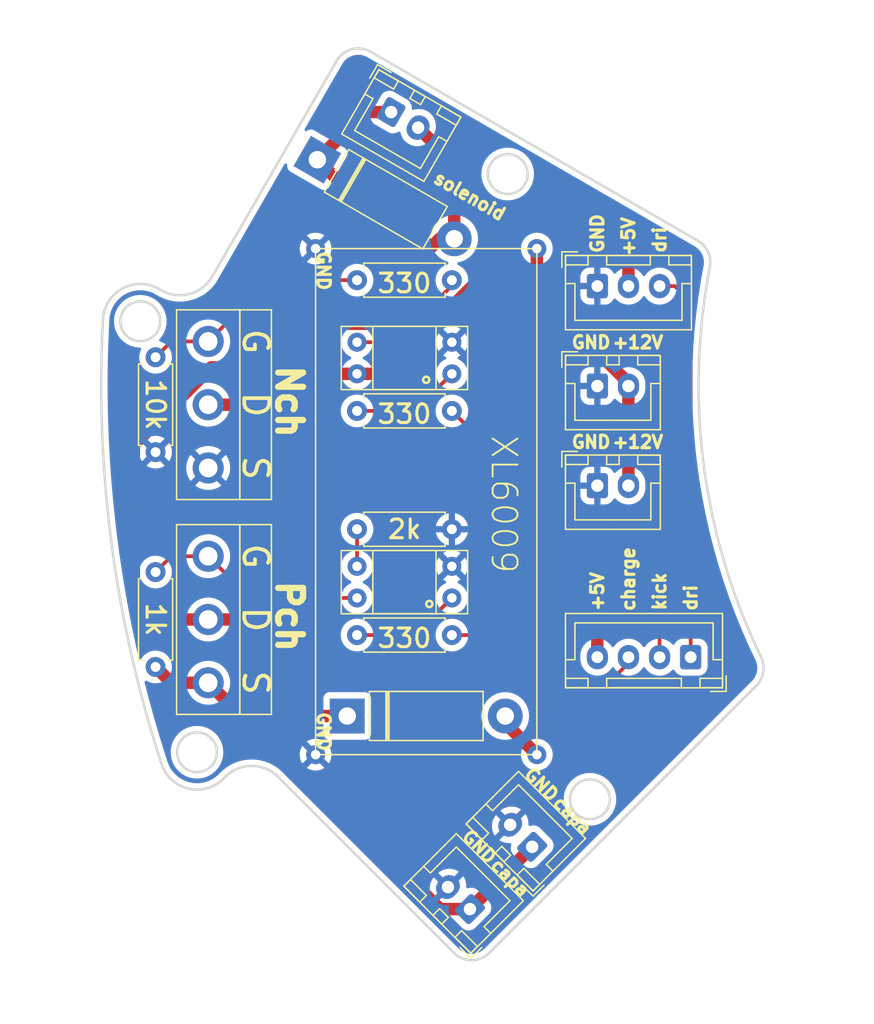
<source format=kicad_pcb>
(kicad_pcb (version 20211014) (generator pcbnew)
  (layers (0 "F.Cu" signal) (31 "B.Cu" signal) (34 "B.Paste" user) (35 "F.Paste" user) (36 "B.SilkS" user "B.Silkscreen") (37 "F.SilkS" user "F.Silkscreen") (38 "B.Mask" user) (39 "F.Mask" user) (44 "Edge.Cuts" user))
  (net 0 "")
  (net 1 "+48V")
  (net 2 "Net-(D1-Pad2)")
  (net 3 "Net-(D2-Pad1)")
  (net 4 "Net-(D2-Pad2)")
  (net 5 "GND")
  (net 6 "dri")
  (net 7 "kick_kick")
  (net 8 "kick_charge")
  (net 9 "+12V")
  (net 10 "+5V")
  (net 11 "Net-(Q1-Pad1)")
  (net 12 "Net-(Q2-Pad1)")
  (net 13 "Net-(R1-Pad2)")
  (net 14 "Net-(R2-Pad2)")
  (net 15 "Net-(R4-Pad1)")
  (net 16 "Net-(R6-Pad1)")
  (footprint "Resistor_THT:R_Axial_DIN0207_L6.3mm_D2.5mm_P7.62mm_Horizontal" (layer "F.Cu") (at 151.56 110.5 180)
    (fp_text reference "R1" hide)
    (fp_text value "R")
    (fp_line (start 0.54 -1.37) (end 7.08 -1.37) (layer "F.SilkS") (width 0.12))
    (fp_line (start 0.54 1.37) (end 7.08 1.37) (layer "F.SilkS") (width 0.12))
    (fp_line (start 7.08 -1.37) (end 7.08 -1.04) (layer "F.SilkS") (width 0.12))
    (fp_line (start 0.54 -1.04) (end 0.54 -1.37) (layer "F.SilkS") (width 0.12))
    (fp_line (start 7.08 1.37) (end 7.08 1.04) (layer "F.SilkS") (width 0.12))
    (fp_line (start 0.54 1.04) (end 0.54 1.37) (layer "F.SilkS") (width 0.12))
    (pad "1" thru_hole circle (at 0 0 180) (size 1.6 1.6) (drill 0.8) (layers *.Cu *.Mask) (net 8 "kick_charge"))
    (pad "2" thru_hole oval (at 7.62 0 180) (size 1.6 1.6) (drill 0.8) (layers *.Cu *.Mask) (net 13 "Net-(R1-Pad2)"))
  )
  (footprint "Connector_JST:JST_XH_B2B-XH-A_1x02_P2.50mm_Vertical" (layer "F.Cu") (at 163.25 98.5)
    (fp_text reference "J6" hide)
    (fp_text value "Conn_01x02_Female")
    (fp_line (start -2.56 3.51) (end 5.06 3.51) (layer "F.SilkS") (width 0.12))
    (fp_line (start -1.8 -0.2) (end -1.8 2.75) (layer "F.SilkS") (width 0.12))
    (fp_line (start 5.06 -2.46) (end -2.56 -2.46) (layer "F.SilkS") (width 0.12))
    (fp_line (start 3.25 -1.7) (end 5.05 -1.7) (layer "F.SilkS") (width 0.12))
    (fp_line (start 0.75 -1.7) (end 1.75 -1.7) (layer "F.SilkS") (width 0.12))
    (fp_line (start 4.3 -0.2) (end 4.3 2.75) (layer "F.SilkS") (width 0.12))
    (fp_line (start 3.25 -2.45) (end 3.25 -1.7) (layer "F.SilkS") (width 0.12))
    (fp_line (start 1.75 -1.7) (end 1.75 -2.45) (layer "F.SilkS") (width 0.12))
    (fp_line (start -0.75 -2.45) (end -2.55 -2.45) (layer "F.SilkS") (width 0.12))
    (fp_line (start 0.75 -2.45) (end 0.75 -1.7) (layer "F.SilkS") (width 0.12))
    (fp_line (start 5.06 3.51) (end 5.06 -2.46) (layer "F.SilkS") (width 0.12))
    (fp_line (start -2.55 -0.2) (end -1.8 -0.2) (layer "F.SilkS") (width 0.12))
    (fp_line (start -2.55 -1.7) (end -0.75 -1.7) (layer "F.SilkS") (width 0.12))
    (fp_line (start -1.8 2.75) (end 1.25 2.75) (layer "F.SilkS") (width 0.12))
    (fp_line (start 4.3 2.75) (end 1.25 2.75) (layer "F.SilkS") (width 0.12))
    (fp_line (start -2.85 -2.75) (end -2.85 -1.5) (layer "F.SilkS") (width 0.12))
    (fp_line (start -2.55 -2.45) (end -2.55 -1.7) (layer "F.SilkS") (width 0.12))
    (fp_line (start 5.05 -1.7) (end 5.05 -2.45) (layer "F.SilkS") (width 0.12))
    (fp_line (start -2.56 -2.46) (end -2.56 3.51) (layer "F.SilkS") (width 0.12))
    (fp_line (start -0.75 -1.7) (end -0.75 -2.45) (layer "F.SilkS") (width 0.12))
    (fp_line (start 1.75 -2.45) (end 0.75 -2.45) (layer "F.SilkS") (width 0.12))
    (fp_line (start 5.05 -2.45) (end 3.25 -2.45) (layer "F.SilkS") (width 0.12))
    (fp_line (start -1.6 -2.75) (end -2.85 -2.75) (layer "F.SilkS") (width 0.12))
    (fp_line (start 5.05 -0.2) (end 4.3 -0.2) (layer "F.SilkS") (width 0.12))
    (pad "1" thru_hole roundrect (at 0 0) (size 1.7 2) (drill 1) (layers *.Cu *.Mask) (roundrect_rratio 0.147059) (net 5 "GND"))
    (pad "2" thru_hole oval (at 2.5 0) (size 1.7 2) (drill 1) (layers *.Cu *.Mask) (net 9 "+12V"))
  )
  (footprint "Connector_JST:JST_XH_B2B-XH-A_1x02_P2.50mm_Vertical" (layer "F.Cu") (at 146.679969 68.5 -30)
    (fp_text reference "J3" hide)
    (fp_text value "Conn_01x02_Female")
    (fp_line (start -0.75 -1.7) (end -0.75 -2.45) (layer "F.SilkS") (width 0.12))
    (fp_line (start 1.75 -1.7) (end 1.75 -2.45) (layer "F.SilkS") (width 0.12))
    (fp_line (start -2.55 -2.45) (end -2.55 -1.7) (layer "F.SilkS") (width 0.12))
    (fp_line (start -2.56 3.51) (end 5.06 3.51) (layer "F.SilkS") (width 0.12))
    (fp_line (start -1.6 -2.75) (end -2.85 -2.75) (layer "F.SilkS") (width 0.12))
    (fp_line (start -1.8 -0.2) (end -1.8 2.75) (layer "F.SilkS") (width 0.12))
    (fp_line (start 4.3 -0.2) (end 4.3 2.75) (layer "F.SilkS") (width 0.12))
    (fp_line (start 1.75 -2.45) (end 0.75 -2.45) (layer "F.SilkS") (width 0.12))
    (fp_line (start 5.05 -2.45) (end 3.25 -2.45) (layer "F.SilkS") (width 0.12))
    (fp_line (start 3.25 -1.7) (end 5.05 -1.7) (layer "F.SilkS") (width 0.12))
    (fp_line (start -2.85 -2.75) (end -2.85 -1.5) (layer "F.SilkS") (width 0.12))
    (fp_line (start -1.8 2.75) (end 1.25 2.75) (layer "F.SilkS") (width 0.12))
    (fp_line (start 0.75 -1.7) (end 1.75 -1.7) (layer "F.SilkS") (width 0.12))
    (fp_line (start 0.75 -2.45) (end 0.75 -1.7) (layer "F.SilkS") (width 0.12))
    (fp_line (start 5.05 -0.2) (end 4.3 -0.2) (layer "F.SilkS") (width 0.12))
    (fp_line (start -2.55 -0.2) (end -1.8 -0.2) (layer "F.SilkS") (width 0.12))
    (fp_line (start 5.06 -2.46) (end -2.56 -2.46) (layer "F.SilkS") (width 0.12))
    (fp_line (start -2.55 -1.7) (end -0.75 -1.7) (layer "F.SilkS") (width 0.12))
    (fp_line (start -0.75 -2.45) (end -2.55 -2.45) (layer "F.SilkS") (width 0.12))
    (fp_line (start 3.25 -2.45) (end 3.25 -1.7) (layer "F.SilkS") (width 0.12))
    (fp_line (start 4.3 2.75) (end 1.25 2.75) (layer "F.SilkS") (width 0.12))
    (fp_line (start 5.06 3.51) (end 5.06 -2.46) (layer "F.SilkS") (width 0.12))
    (fp_line (start -2.56 -2.46) (end -2.56 3.51) (layer "F.SilkS") (width 0.12))
    (fp_line (start 5.05 -1.7) (end 5.05 -2.45) (layer "F.SilkS") (width 0.12))
    (pad "1" thru_hole roundrect (at 0 0 330) (size 1.7 2) (drill 1) (layers *.Cu *.Mask) (roundrect_rratio 0.147059) (net 3 "Net-(D2-Pad1)"))
    (pad "2" thru_hole oval (at 2.5 0 330) (size 1.7 2) (drill 1) (layers *.Cu *.Mask) (net 4 "Net-(D2-Pad2)"))
  )
  (footprint "Diode_THT:D_5W_P12.70mm_Horizontal" (layer "F.Cu") (at 143.15 117)
    (fp_text reference "D1" hide)
    (fp_text value "D")
    (fp_line (start 10.92 -1.97) (end 1.78 -1.97) (layer "F.SilkS") (width 0.12))
    (fp_line (start 10.92 1.97) (end 10.92 -1.97) (layer "F.SilkS") (width 0.12))
    (fp_line (start 1.78 1.97) (end 10.92 1.97) (layer "F.SilkS") (width 0.12))
    (fp_line (start 3.115 -1.97) (end 3.115 1.97) (layer "F.SilkS") (width 0.12))
    (fp_line (start 3.355 -1.97) (end 3.355 1.97) (layer "F.SilkS") (width 0.12))
    (fp_line (start 3.235 -1.97) (end 3.235 1.97) (layer "F.SilkS") (width 0.12))
    (fp_line (start 1.64 0) (end 1.78 0) (layer "F.SilkS") (width 0.12))
    (fp_line (start 1.78 -1.97) (end 1.78 1.97) (layer "F.SilkS") (width 0.12))
    (fp_line (start 11.06 0) (end 10.92 0) (layer "F.SilkS") (width 0.12))
    (pad "1" thru_hole rect (at 0 0) (size 2.8 2.8) (drill 1.4) (layers *.Cu *.Mask) (net 1 "+48V"))
    (pad "2" thru_hole oval (at 12.7 0) (size 2.8 2.8) (drill 1.4) (layers *.Cu *.Mask) (net 2 "Net-(D1-Pad2)"))
  )
  (footprint "Resistor_THT:R_Axial_DIN0207_L6.3mm_D2.5mm_P7.62mm_Horizontal" (layer "F.Cu") (at 151.56 92.5 180)
    (fp_text reference "R2" hide)
    (fp_text value "R")
    (fp_line (start 0.54 -1.04) (end 0.54 -1.37) (layer "F.SilkS") (width 0.12))
    (fp_line (start 0.54 1.04) (end 0.54 1.37) (layer "F.SilkS") (width 0.12))
    (fp_line (start 7.08 -1.37) (end 7.08 -1.04) (layer "F.SilkS") (width 0.12))
    (fp_line (start 7.08 1.37) (end 7.08 1.04) (layer "F.SilkS") (width 0.12))
    (fp_line (start 0.54 -1.37) (end 7.08 -1.37) (layer "F.SilkS") (width 0.12))
    (fp_line (start 0.54 1.37) (end 7.08 1.37) (layer "F.SilkS") (width 0.12))
    (pad "1" thru_hole circle (at 0 0 180) (size 1.6 1.6) (drill 0.8) (layers *.Cu *.Mask) (net 7 "kick_kick"))
    (pad "2" thru_hole oval (at 7.62 0 180) (size 1.6 1.6) (drill 0.8) (layers *.Cu *.Mask) (net 14 "Net-(R2-Pad2)"))
  )
  (footprint "KiCAD_library:フォトカプラー" (layer "F.Cu") (at 149.02 88.25 -90)
    (fp_text reference "U2" hide)
    (fp_text value "ILD74")
    (fp_rect (start -2.54 -1.27) (end 2.54 3.81) (layer "F.SilkS") (width 0.12) (fill none))
    (fp_rect (start -2.54 -3.81) (end 2.54 6.35) (layer "F.SilkS") (width 0.12) (fill none))
    (pad "1" thru_hole circle (at 1.27 -2.54 270) (size 1.524 1.524) (drill 0.762) (layers *.Cu *.Mask) (net 14 "Net-(R2-Pad2)"))
    (pad "2" thru_hole circle (at -1.27 -2.54 270) (size 1.524 1.524) (drill 0.762) (layers *.Cu *.Mask) (net 5 "GND"))
    (pad "7" thru_hole circle (at 1.27 5.08 270) (size 1.524 1.524) (drill 0.762) (layers *.Cu *.Mask) (net 10 "+5V"))
    (pad "8" thru_hole circle (at -1.27 5.08 270) (size 1.524 1.524) (drill 0.762) (layers *.Cu *.Mask) (net 16 "Net-(R6-Pad1)"))
  )
  (footprint "Connector_JST:JST_XH_B4B-XH-A_1x04_P2.50mm_Vertical" (layer "F.Cu") (at 170.75 112.275 180)
    (fp_text reference "J4" hide)
    (fp_text value "Conn_01x04_Female")
    (fp_line (start -0.75 -2.45) (end -2.55 -2.45) (layer "F.SilkS") (width 0.12))
    (fp_line (start 8.25 -1.7) (end 10.05 -1.7) (layer "F.SilkS") (width 0.12))
    (fp_line (start 0.75 -1.7) (end 6.75 -1.7) (layer "F.SilkS") (width 0.12))
    (fp_line (start 6.75 -2.45) (end 0.75 -2.45) (layer "F.SilkS") (width 0.12))
    (fp_line (start 9.3 2.75) (end 3.75 2.75) (layer "F.SilkS") (width 0.12))
    (fp_line (start -2.55 -1.7) (end -0.75 -1.7) (layer "F.SilkS") (width 0.12))
    (fp_line (start 10.05 -2.45) (end 8.25 -2.45) (layer "F.SilkS") (width 0.12))
    (fp_line (start -2.55 -0.2) (end -1.8 -0.2) (layer "F.SilkS") (width 0.12))
    (fp_line (start 10.05 -1.7) (end 10.05 -2.45) (layer "F.SilkS") (width 0.12))
    (fp_line (start -2.55 -2.45) (end -2.55 -1.7) (layer "F.SilkS") (width 0.12))
    (fp_line (start 9.3 -0.2) (end 9.3 2.75) (layer "F.SilkS") (width 0.12))
    (fp_line (start -0.75 -1.7) (end -0.75 -2.45) (layer "F.SilkS") (width 0.12))
    (fp_line (start 10.06 3.51) (end 10.06 -2.46) (layer "F.SilkS") (width 0.12))
    (fp_line (start -1.8 2.75) (end 3.75 2.75) (layer "F.SilkS") (width 0.12))
    (fp_line (start 8.25 -2.45) (end 8.25 -1.7) (layer "F.SilkS") (width 0.12))
    (fp_line (start 10.06 -2.46) (end -2.56 -2.46) (layer "F.SilkS") (width 0.12))
    (fp_line (start -1.8 -0.2) (end -1.8 2.75) (layer "F.SilkS") (width 0.12))
    (fp_line (start 6.75 -1.7) (end 6.75 -2.45) (layer "F.SilkS") (width 0.12))
    (fp_line (start -1.6 -2.75) (end -2.85 -2.75) (layer "F.SilkS") (width 0.12))
    (fp_line (start -2.85 -2.75) (end -2.85 -1.5) (layer "F.SilkS") (width 0.12))
    (fp_line (start 10.05 -0.2) (end 9.3 -0.2) (layer "F.SilkS") (width 0.12))
    (fp_line (start -2.56 -2.46) (end -2.56 3.51) (layer "F.SilkS") (width 0.12))
    (fp_line (start -2.56 3.51) (end 10.06 3.51) (layer "F.SilkS") (width 0.12))
    (fp_line (start 0.75 -2.45) (end 0.75 -1.7) (layer "F.SilkS") (width 0.12))
    (pad "1" thru_hole roundrect (at 0 0 180) (size 1.7 1.95) (drill 0.95) (layers *.Cu *.Mask) (roundrect_rratio 0.147059) (net 6 "dri"))
    (pad "2" thru_hole oval (at 2.5 0 180) (size 1.7 1.95) (drill 0.95) (layers *.Cu *.Mask) (net 7 "kick_kick"))
    (pad "3" thru_hole oval (at 5 0 180) (size 1.7 1.95) (drill 0.95) (layers *.Cu *.Mask) (net 8 "kick_charge"))
    (pad "4" thru_hole oval (at 7.5 0 180) (size 1.7 1.95) (drill 0.95) (layers *.Cu *.Mask) (net 10 "+5V"))
  )
  (footprint "Connector_JST:JST_XH_B2B-XH-A_1x02_P2.50mm_Vertical" (layer "F.Cu") (at 158.012653 127.505115 135)
    (fp_text reference "J1" hide)
    (fp_text value "Conn_01x02_Female")
    (fp_line (start -2.85 -2.75) (end -2.85 -1.5) (layer "F.SilkS") (width 0.12))
    (fp_line (start 1.75 -2.45) (end 0.75 -2.45) (layer "F.SilkS") (width 0.12))
    (fp_line (start 4.3 2.75) (end 1.25 2.75) (layer "F.SilkS") (width 0.12))
    (fp_line (start -1.8 -0.2) (end -1.8 2.75) (layer "F.SilkS") (width 0.12))
    (fp_line (start 5.05 -2.45) (end 3.25 -2.45) (layer "F.SilkS") (width 0.12))
    (fp_line (start -2.55 -1.7) (end -0.75 -1.7) (layer "F.SilkS") (width 0.12))
    (fp_line (start 5.05 -0.2) (end 4.3 -0.2) (layer "F.SilkS") (width 0.12))
    (fp_line (start 3.25 -2.45) (end 3.25 -1.7) (layer "F.SilkS") (width 0.12))
    (fp_line (start -2.55 -2.45) (end -2.55 -1.7) (layer "F.SilkS") (width 0.12))
    (fp_line (start -1.6 -2.75) (end -2.85 -2.75) (layer "F.SilkS") (width 0.12))
    (fp_line (start 1.75 -1.7) (end 1.75 -2.45) (layer "F.SilkS") (width 0.12))
    (fp_line (start 5.06 3.51) (end 5.06 -2.46) (layer "F.SilkS") (width 0.12))
    (fp_line (start -2.56 3.51) (end 5.06 3.51) (layer "F.SilkS") (width 0.12))
    (fp_line (start -2.55 -0.2) (end -1.8 -0.2) (layer "F.SilkS") (width 0.12))
    (fp_line (start -2.56 -2.46) (end -2.56 3.51) (layer "F.SilkS") (width 0.12))
    (fp_line (start 0.75 -1.7) (end 1.75 -1.7) (layer "F.SilkS") (width 0.12))
    (fp_line (start 0.75 -2.45) (end 0.75 -1.7) (layer "F.SilkS") (width 0.12))
    (fp_line (start -1.8 2.75) (end 1.25 2.75) (layer "F.SilkS") (width 0.12))
    (fp_line (start 3.25 -1.7) (end 5.05 -1.7) (layer "F.SilkS") (width 0.12))
    (fp_line (start -0.75 -2.45) (end -2.55 -2.45) (layer "F.SilkS") (width 0.12))
    (fp_line (start 5.06 -2.46) (end -2.56 -2.46) (layer "F.SilkS") (width 0.12))
    (fp_line (start 4.3 -0.2) (end 4.3 2.75) (layer "F.SilkS") (width 0.12))
    (fp_line (start 5.05 -1.7) (end 5.05 -2.45) (layer "F.SilkS") (width 0.12))
    (fp_line (start -0.75 -1.7) (end -0.75 -2.45) (layer "F.SilkS") (width 0.12))
    (pad "1" thru_hole roundrect (at 0 0 135) (size 1.7 2) (drill 1) (layers *.Cu *.Mask) (roundrect_rratio 0.147059) (net 3 "Net-(D2-Pad1)"))
    (pad "2" thru_hole oval (at 2.5 0 135) (size 1.7 2) (drill 1) (layers *.Cu *.Mask) (net 5 "GND"))
  )
  (footprint "Resistor_THT:R_Axial_DIN0207_L6.3mm_D2.5mm_P7.62mm_Horizontal" (layer "F.Cu") (at 127.75 95.81 90)
    (fp_text reference "R7" hide)
    (fp_text value "R")
    (fp_line (start 0.54 1.37) (end 7.08 1.37) (layer "F.SilkS") (width 0.12))
    (fp_line (start 0.54 1.04) (end 0.54 1.37) (layer "F.SilkS") (width 0.12))
    (fp_line (start 0.54 -1.04) (end 0.54 -1.37) (layer "F.SilkS") (width 0.12))
    (fp_line (start 0.54 -1.37) (end 7.08 -1.37) (layer "F.SilkS") (width 0.12))
    (fp_line (start 7.08 -1.37) (end 7.08 -1.04) (layer "F.SilkS") (width 0.12))
    (fp_line (start 7.08 1.37) (end 7.08 1.04) (layer "F.SilkS") (width 0.12))
    (pad "1" thru_hole circle (at 0 0 90) (size 1.6 1.6) (drill 0.8) (layers *.Cu *.Mask) (net 5 "GND"))
    (pad "2" thru_hole oval (at 7.62 0 90) (size 1.6 1.6) (drill 0.8) (layers *.Cu *.Mask) (net 12 "Net-(Q2-Pad1)"))
  )
  (footprint "Connector_JST:JST_XH_B2B-XH-A_1x02_P2.50mm_Vertical" (layer "F.Cu") (at 163.25 90.5)
    (fp_text reference "J5" hide)
    (fp_text value "Conn_01x02_Female")
    (fp_line (start 4.3 -0.2) (end 4.3 2.75) (layer "F.SilkS") (width 0.12))
    (fp_line (start -2.56 -2.46) (end -2.56 3.51) (layer "F.SilkS") (width 0.12))
    (fp_line (start 5.05 -1.7) (end 5.05 -2.45) (layer "F.SilkS") (width 0.12))
    (fp_line (start -1.6 -2.75) (end -2.85 -2.75) (layer "F.SilkS") (width 0.12))
    (fp_line (start 5.05 -0.2) (end 4.3 -0.2) (layer "F.SilkS") (width 0.12))
    (fp_line (start 0.75 -1.7) (end 1.75 -1.7) (layer "F.SilkS") (width 0.12))
    (fp_line (start -2.56 3.51) (end 5.06 3.51) (layer "F.SilkS") (width 0.12))
    (fp_line (start 5.05 -2.45) (end 3.25 -2.45) (layer "F.SilkS") (width 0.12))
    (fp_line (start -0.75 -2.45) (end -2.55 -2.45) (layer "F.SilkS") (width 0.12))
    (fp_line (start 4.3 2.75) (end 1.25 2.75) (layer "F.SilkS") (width 0.12))
    (fp_line (start 1.75 -2.45) (end 0.75 -2.45) (layer "F.SilkS") (width 0.12))
    (fp_line (start -2.55 -0.2) (end -1.8 -0.2) (layer "F.SilkS") (width 0.12))
    (fp_line (start 1.75 -1.7) (end 1.75 -2.45) (layer "F.SilkS") (width 0.12))
    (fp_line (start -1.8 -0.2) (end -1.8 2.75) (layer "F.SilkS") (width 0.12))
    (fp_line (start 5.06 -2.46) (end -2.56 -2.46) (layer "F.SilkS") (width 0.12))
    (fp_line (start -2.55 -1.7) (end -0.75 -1.7) (layer "F.SilkS") (width 0.12))
    (fp_line (start -2.55 -2.45) (end -2.55 -1.7) (layer "F.SilkS") (width 0.12))
    (fp_line (start 3.25 -1.7) (end 5.05 -1.7) (layer "F.SilkS") (width 0.12))
    (fp_line (start -2.85 -2.75) (end -2.85 -1.5) (layer "F.SilkS") (width 0.12))
    (fp_line (start 3.25 -2.45) (end 3.25 -1.7) (layer "F.SilkS") (width 0.12))
    (fp_line (start -0.75 -1.7) (end -0.75 -2.45) (layer "F.SilkS") (width 0.12))
    (fp_line (start -1.8 2.75) (end 1.25 2.75) (layer "F.SilkS") (width 0.12))
    (fp_line (start 5.06 3.51) (end 5.06 -2.46) (layer "F.SilkS") (width 0.12))
    (fp_line (start 0.75 -2.45) (end 0.75 -1.7) (layer "F.SilkS") (width 0.12))
    (pad "1" thru_hole roundrect (at 0 0) (size 1.7 2) (drill 1) (layers *.Cu *.Mask) (roundrect_rratio 0.147059) (net 5 "GND"))
    (pad "2" thru_hole oval (at 2.5 0) (size 1.7 2) (drill 1) (layers *.Cu *.Mask) (net 9 "+12V"))
  )
  (footprint "Connector_JST:JST_XH_B3B-XH-A_1x03_P2.50mm_Vertical" (layer "F.Cu") (at 163.25 82.475)
    (fp_text reference "J7" hide)
    (fp_text value "Conn_01x03_Female")
    (fp_line (start 0.75 -2.45) (end 0.75 -1.7) (layer "F.SilkS") (width 0.12))
    (fp_line (start 4.25 -2.45) (end 0.75 -2.45) (layer "F.SilkS") (width 0.12))
    (fp_line (start 5.75 -1.7) (end 7.55 -1.7) (layer "F.SilkS") (width 0.12))
    (fp_line (start 5.75 -2.45) (end 5.75 -1.7) (layer "F.SilkS") (width 0.12))
    (fp_line (start -2.55 -2.45) (end -2.55 -1.7) (layer "F.SilkS") (width 0.12))
    (fp_line (start 6.8 -0.2) (end 6.8 2.75) (layer "F.SilkS") (width 0.12))
    (fp_line (start -2.55 -1.7) (end -0.75 -1.7) (layer "F.SilkS") (width 0.12))
    (fp_line (start -1.6 -2.75) (end -2.85 -2.75) (layer "F.SilkS") (width 0.12))
    (fp_line (start 7.55 -1.7) (end 7.55 -2.45) (layer "F.SilkS") (width 0.12))
    (fp_line (start 7.56 3.51) (end 7.56 -2.46) (layer "F.SilkS") (width 0.12))
    (fp_line (start -1.8 -0.2) (end -1.8 2.75) (layer "F.SilkS") (width 0.12))
    (fp_line (start 7.56 -2.46) (end -2.56 -2.46) (layer "F.SilkS") (width 0.12))
    (fp_line (start -1.8 2.75) (end 2.5 2.75) (layer "F.SilkS") (width 0.12))
    (fp_line (start 4.25 -1.7) (end 4.25 -2.45) (layer "F.SilkS") (width 0.12))
    (fp_line (start 6.8 2.75) (end 2.5 2.75) (layer "F.SilkS") (width 0.12))
    (fp_line (start 0.75 -1.7) (end 4.25 -1.7) (layer "F.SilkS") (width 0.12))
    (fp_line (start 7.55 -0.2) (end 6.8 -0.2) (layer "F.SilkS") (width 0.12))
    (fp_line (start 7.55 -2.45) (end 5.75 -2.45) (layer "F.SilkS") (width 0.12))
    (fp_line (start -0.75 -2.45) (end -2.55 -2.45) (layer "F.SilkS") (width 0.12))
    (fp_line (start -2.56 3.51) (end 7.56 3.51) (layer "F.SilkS") (width 0.12))
    (fp_line (start -2.56 -2.46) (end -2.56 3.51) (layer "F.SilkS") (width 0.12))
    (fp_line (start -2.55 -0.2) (end -1.8 -0.2) (layer "F.SilkS") (width 0.12))
    (fp_line (start -2.85 -2.75) (end -2.85 -1.5) (layer "F.SilkS") (width 0.12))
    (fp_line (start -0.75 -1.7) (end -0.75 -2.45) (layer "F.SilkS") (width 0.12))
    (pad "1" thru_hole roundrect (at 0 0) (size 1.7 1.95) (drill 0.95) (layers *.Cu *.Mask) (roundrect_rratio 0.147059) (net 5 "GND"))
    (pad "2" thru_hole oval (at 2.5 0) (size 1.7 1.95) (drill 0.95) (layers *.Cu *.Mask) (net 10 "+5V"))
    (pad "3" thru_hole oval (at 5 0) (size 1.7 1.95) (drill 0.95) (layers *.Cu *.Mask) (net 6 "dri"))
  )
  (footprint "Diode_THT:D_5W_P12.70mm_Horizontal" (layer "F.Cu") (at 140.750739 72.325 -30)
    (fp_text reference "D2" hide)
    (fp_text value "D")
    (fp_line (start 3.355 -1.97) (end 3.355 1.97) (layer "F.SilkS") (width 0.12))
    (fp_line (start 3.115 -1.97) (end 3.115 1.97) (layer "F.SilkS") (width 0.12))
    (fp_line (start 1.64 0) (end 1.78 0) (layer "F.SilkS") (width 0.12))
    (fp_line (start 10.92 1.97) (end 10.92 -1.97) (layer "F.SilkS") (width 0.12))
    (fp_line (start 1.78 1.97) (end 10.92 1.97) (layer "F.SilkS") (width 0.12))
    (fp_line (start 3.235 -1.97) (end 3.235 1.97) (layer "F.SilkS") (width 0.12))
    (fp_line (start 11.06 0) (end 10.92 0) (layer "F.SilkS") (width 0.12))
    (fp_line (start 10.92 -1.97) (end 1.78 -1.97) (layer "F.SilkS") (width 0.12))
    (fp_line (start 1.78 -1.97) (end 1.78 1.97) (layer "F.SilkS") (width 0.12))
    (pad "1" thru_hole rect (at 0 0 330) (size 2.8 2.8) (drill 1.4) (layers *.Cu *.Mask) (net 3 "Net-(D2-Pad1)"))
    (pad "2" thru_hole oval (at 12.7 0 330) (size 2.8 2.8) (drill 1.4) (layers *.Cu *.Mask) (net 4 "Net-(D2-Pad2)"))
  )
  (footprint "KiCAD_library:Pch MOSFET" (layer "F.Cu") (at 131.98 92 -90)
    (fp_text reference "Q2" hide)
    (fp_text value "Q_NMOS_GDS")
    (fp_text user "S" (at 5.08 -3.81 -90 unlocked) (layer "F.SilkS") (effects (font (size 2 2) (thickness 0.3))))
    (fp_text user "D" (at 0 -3.81 -90 unlocked) (layer "F.SilkS") (effects (font (size 2 2) (thickness 0.3))))
    (fp_text user "G" (at -5.08 -3.81 -90 unlocked) (layer "F.SilkS") (effects (font (size 2 2) (thickness 0.3))))
    (fp_rect (start -7.62 2.54) (end 7.62 -2.54) (layer "F.SilkS") (width 0.12) (fill none))
    (fp_rect (start -7.62 -2.54) (end 7.62 -5.08) (layer "F.SilkS") (width 0.12) (fill none))
    (pad "1" thru_hole circle (at -5.08 0 270) (size 2.5 2.5) (drill 1.5) (layers *.Cu *.Mask) (net 12 "Net-(Q2-Pad1)"))
    (pad "2" thru_hole circle (at 0 0 270) (size 2.5 2.5) (drill 1.5) (layers *.Cu *.Mask) (net 4 "Net-(D2-Pad2)"))
    (pad "3" thru_hole circle (at 5.08 0 270) (size 2.5 2.5) (drill 1.5) (layers *.Cu *.Mask) (net 5 "GND"))
  )
  (footprint "Resistor_THT:R_Axial_DIN0207_L6.3mm_D2.5mm_P7.62mm_Horizontal" (layer "F.Cu") (at 151.56 82 180)
    (fp_text reference "R6" hide)
    (fp_text value "R")
    (fp_line (start 7.08 -1.37) (end 7.08 -1.04) (layer "F.SilkS") (width 0.12))
    (fp_line (start 0.54 -1.04) (end 0.54 -1.37) (layer "F.SilkS") (width 0.12))
    (fp_line (start 7.08 1.37) (end 7.08 1.04) (layer "F.SilkS") (width 0.12))
    (fp_line (start 0.54 -1.37) (end 7.08 -1.37) (layer "F.SilkS") (width 0.12))
    (fp_line (start 0.54 1.37) (end 7.08 1.37) (layer "F.SilkS") (width 0.12))
    (fp_line (start 0.54 1.04) (end 0.54 1.37) (layer "F.SilkS") (width 0.12))
    (pad "1" thru_hole circle (at 0 0 180) (size 1.6 1.6) (drill 0.8) (layers *.Cu *.Mask) (net 16 "Net-(R6-Pad1)"))
    (pad "2" thru_hole oval (at 7.62 0 180) (size 1.6 1.6) (drill 0.8) (layers *.Cu *.Mask) (net 12 "Net-(Q2-Pad1)"))
  )
  (footprint "KiCAD_library:Pch MOSFET" (layer "F.Cu") (at 131.98 109.25 -90)
    (fp_text reference "Q1" hide)
    (fp_text value "Q_PMOS_GDS")
    (fp_text user "D" (at 0 -3.81 -90 unlocked) (layer "F.SilkS") (effects (font (size 2 2) (thickness 0.3))))
    (fp_text user "S" (at 5.08 -3.81 -90 unlocked) (layer "F.SilkS") (effects (font (size 2 2) (thickness 0.3))))
    (fp_text user "G" (at -5.08 -3.81 -90 unlocked) (layer "F.SilkS") (effects (font (size 2 2) (thickness 0.3))))
    (fp_rect (start -7.62 2.54) (end 7.62 -2.54) (layer "F.SilkS") (width 0.12) (fill none))
    (fp_rect (start -7.62 -2.54) (end 7.62 -5.08) (layer "F.SilkS") (width 0.12) (fill none))
    (pad "1" thru_hole circle (at -5.08 0 270) (size 2.5 2.5) (drill 1.5) (layers *.Cu *.Mask) (net 11 "Net-(Q1-Pad1)"))
    (pad "2" thru_hole circle (at 0 0 270) (size 2.5 2.5) (drill 1.5) (layers *.Cu *.Mask) (net 3 "Net-(D2-Pad1)"))
    (pad "3" thru_hole circle (at 5.08 0 270) (size 2.5 2.5) (drill 1.5) (layers *.Cu *.Mask) (net 1 "+48V"))
  )
  (footprint "KiCAD_library:フォトカプラー" (layer "F.Cu") (at 149.02 106.25 -90)
    (fp_text reference "U1" hide)
    (fp_text value "ILD74")
    (fp_rect (start -2.54 -3.81) (end 2.54 6.35) (layer "F.SilkS") (width 0.12) (fill none))
    (fp_rect (start -2.54 -1.27) (end 2.54 3.81) (layer "F.SilkS") (width 0.12) (fill none))
    (pad "1" thru_hole circle (at 1.27 -2.54 270) (size 1.524 1.524) (drill 0.762) (layers *.Cu *.Mask) (net 13 "Net-(R1-Pad2)"))
    (pad "2" thru_hole circle (at -1.27 -2.54 270) (size 1.524 1.524) (drill 0.762) (layers *.Cu *.Mask) (net 5 "GND"))
    (pad "7" thru_hole circle (at 1.27 5.08 270) (size 1.524 1.524) (drill 0.762) (layers *.Cu *.Mask) (net 11 "Net-(Q1-Pad1)"))
    (pad "8" thru_hole circle (at -1.27 5.08 270) (size 1.524 1.524) (drill 0.762) (layers *.Cu *.Mask) (net 15 "Net-(R4-Pad1)"))
  )
  (footprint "Resistor_THT:R_Axial_DIN0207_L6.3mm_D2.5mm_P7.62mm_Horizontal" (layer "F.Cu") (at 127.75 105.44 -90)
    (fp_text reference "R3" hide)
    (fp_text value "R")
    (fp_line (start 0.54 -1.37) (end 7.08 -1.37) (layer "F.SilkS") (width 0.12))
    (fp_line (start 7.08 -1.37) (end 7.08 -1.04) (layer "F.SilkS") (width 0.12))
    (fp_line (start 7.08 1.37) (end 7.08 1.04) (layer "F.SilkS") (width 0.12))
    (fp_line (start 0.54 -1.04) (end 0.54 -1.37) (layer "F.SilkS") (width 0.12))
    (fp_line (start 0.54 1.37) (end 7.08 1.37) (layer "F.SilkS") (width 0.12))
    (fp_line (start 0.54 1.04) (end 0.54 1.37) (layer "F.SilkS") (width 0.12))
    (pad "1" thru_hole circle (at 0 0 270) (size 1.6 1.6) (drill 0.8) (layers *.Cu *.Mask) (net 11 "Net-(Q1-Pad1)"))
    (pad "2" thru_hole oval (at 7.62 0 270) (size 1.6 1.6) (drill 0.8) (layers *.Cu *.Mask) (net 1 "+48V"))
  )
  (footprint "XL6009:XL6009" (layer "F.Cu") (at 149.5 74.384)
    (fp_text reference "U3" hide)
    (fp_text value "XL6009")
    (fp_text user "XL6009" (at 6.25 25.616 270 unlocked) (layer "F.SilkS") (effects (font (size 2 2))))
    (fp_rect (start -8.89 5.08) (end 8.89 45.72) (layer "F.SilkS") (width 0.12) (fill none))
    (pad "1" thru_hole circle (at 8.89 5.08) (size 1.524 1.524) (drill 0.762) (layers *.Cu *.Mask) (net 9 "+12V"))
    (pad "2" thru_hole circle (at -8.89 5.08) (size 1.524 1.524) (drill 0.762) (layers *.Cu *.Mask) (net 5 "GND"))
    (pad "3" thru_hole circle (at 8.89 45.72) (size 1.524 1.524) (drill 0.762) (layers *.Cu *.Mask) (net 2 "Net-(D1-Pad2)"))
    (pad "4" thru_hole circle (at -8.89 45.72) (size 1.524 1.524) (drill 0.762) (layers *.Cu *.Mask) (net 5 "GND"))
  )
  (footprint "Connector_JST:JST_XH_B2B-XH-A_1x02_P2.50mm_Vertical" (layer "F.Cu") (at 153.012653 132.505114 135)
    (fp_text reference "J2" hide)
    (fp_text value "Conn_01x02_Female")
    (fp_line (start 5.06 3.51) (end 5.06 -2.46) (layer "F.SilkS") (width 0.12))
    (fp_line (start -2.55 -0.2) (end -1.8 -0.2) (layer "F.SilkS") (width 0.12))
    (fp_line (start -2.55 -2.45) (end -2.55 -1.7) (layer "F.SilkS") (width 0.12))
    (fp_line (start 1.75 -2.45) (end 0.75 -2.45) (layer "F.SilkS") (width 0.12))
    (fp_line (start 0.75 -2.45) (end 0.75 -1.7) (layer "F.SilkS") (width 0.12))
    (fp_line (start -1.8 -0.2) (end -1.8 2.75) (layer "F.SilkS") (width 0.12))
    (fp_line (start 3.25 -2.45) (end 3.25 -1.7) (layer "F.SilkS") (width 0.12))
    (fp_line (start 4.3 2.75) (end 1.25 2.75) (layer "F.SilkS") (width 0.12))
    (fp_line (start 5.05 -1.7) (end 5.05 -2.45) (layer "F.SilkS") (width 0.12))
    (fp_line (start -0.75 -1.7) (end -0.75 -2.45) (layer "F.SilkS") (width 0.12))
    (fp_line (start 0.75 -1.7) (end 1.75 -1.7) (layer "F.SilkS") (width 0.12))
    (fp_line (start -0.75 -2.45) (end -2.55 -2.45) (layer "F.SilkS") (width 0.12))
    (fp_line (start -2.56 3.51) (end 5.06 3.51) (layer "F.SilkS") (width 0.12))
    (fp_line (start -1.6 -2.75) (end -2.85 -2.75) (layer "F.SilkS") (width 0.12))
    (fp_line (start -1.8 2.75) (end 1.25 2.75) (layer "F.SilkS") (width 0.12))
    (fp_line (start 3.25 -1.7) (end 5.05 -1.7) (layer "F.SilkS") (width 0.12))
    (fp_line (start 1.75 -1.7) (end 1.75 -2.45) (layer "F.SilkS") (width 0.12))
    (fp_line (start -2.55 -1.7) (end -0.75 -1.7) (layer "F.SilkS") (width 0.12))
    (fp_line (start 5.05 -0.2) (end 4.3 -0.2) (layer "F.SilkS") (width 0.12))
    (fp_line (start -2.56 -2.46) (end -2.56 3.51) (layer "F.SilkS") (width 0.12))
    (fp_line (start 5.06 -2.46) (end -2.56 -2.46) (layer "F.SilkS") (width 0.12))
    (fp_line (start 5.05 -2.45) (end 3.25 -2.45) (layer "F.SilkS") (width 0.12))
    (fp_line (start -2.85 -2.75) (end -2.85 -1.5) (layer "F.SilkS") (width 0.12))
    (fp_line (start 4.3 -0.2) (end 4.3 2.75) (layer "F.SilkS") (width 0.12))
    (pad "1" thru_hole roundrect (at 0 0 135) (size 1.7 2) (drill 1) (layers *.Cu *.Mask) (roundrect_rratio 0.147059) (net 3 "Net-(D2-Pad1)"))
    (pad "2" thru_hole oval (at 2.5 0 135) (size 1.7 2) (drill 1) (layers *.Cu *.Mask) (net 5 "GND"))
  )
  (footprint "Resistor_THT:R_Axial_DIN0207_L6.3mm_D2.5mm_P7.62mm_Horizontal" (layer "F.Cu") (at 143.94 102)
    (fp_text reference "R4" hide)
    (fp_text value "R")
    (fp_line (start 7.08 1.37) (end 7.08 1.04) (layer "F.SilkS") (width 0.12))
    (fp_line (start 0.54 1.04) (end 0.54 1.37) (layer "F.SilkS") (width 0.12))
    (fp_line (start 0.54 -1.37) (end 7.08 -1.37) (layer "F.SilkS") (width 0.12))
    (fp_line (start 0.54 -1.04) (end 0.54 -1.37) (layer "F.SilkS") (width 0.12))
    (fp_line (start 0.54 1.37) (end 7.08 1.37) (layer "F.SilkS") (width 0.12))
    (fp_line (start 7.08 -1.37) (end 7.08 -1.04) (layer "F.SilkS") (width 0.12))
    (pad "1" thru_hole circle (at 0 0) (size 1.6 1.6) (drill 0.8) (layers *.Cu *.Mask) (net 15 "Net-(R4-Pad1)"))
    (pad "2" thru_hole oval (at 7.62 0) (size 1.6 1.6) (drill 0.8) (layers *.Cu *.Mask) (net 5 "GND"))
  )
  (gr_circle (center 149.75 108) (end 150 108) (layer "F.SilkS") (width 0.2) (fill none))
  (gr_circle (center 149.5 90) (end 149.75 90) (layer "F.SilkS") (width 0.2) (fill none))
  (gr_arc (start 133.200766 122.032359) (mid 130.381338 122.828668) (end 128.227693 120.842439) (layer "Edge.Cuts") (width 0.2))
  (gr_line (start 171.326171 78.83577) (end 145.035934 63.657095) (layer "Edge.Cuts") (width 0.2))
  (gr_circle (center 156.045026 73.477299) (end 154.445026 73.477299) (layer "Edge.Cuts") (width 0.2) (fill none))
  (gr_line (start 154.563363 136.025101) (end 176.029252 114.559213) (layer "Edge.Cuts") (width 0.2))
  (gr_circle (center 162.655673 123.690151) (end 161.055673 123.690151) (layer "Edge.Cuts") (width 0.2) (fill none))
  (gr_arc (start 133.35016 121.882966) (mid 135.47148 121.004286) (end 137.5928 121.882966) (layer "Edge.Cuts") (width 0.2))
  (gr_arc (start 176.413881 112.270835) (mid 176.587382 113.476512) (end 176.029252 114.559213) (layer "Edge.Cuts") (width 0.2))
  (gr_line (start 133.200766 122.032359) (end 133.35016 121.882966) (layer "Edge.Cuts") (width 0.2))
  (gr_circle (center 131.079446 119.911039) (end 129.479446 119.911039) (layer "Edge.Cuts") (width 0.2) (fill none))
  (gr_circle (center 126.522838 85.300169) (end 124.922838 85.300169) (layer "Edge.Cuts") (width 0.2) (fill none))
  (gr_line (start 142.303884 64.389146) (end 132.303884 81.709654) (layer "Edge.Cuts") (width 0.2))
  (gr_line (start 128.205807 82.80773) (end 128.022838 82.702093) (layer "Edge.Cuts") (width 0.2))
  (gr_arc (start 142.303884 64.389146) (mid 143.518297 63.457267) (end 145.035934 63.657095) (layer "Edge.Cuts") (width 0.2))
  (gr_line (start 137.5928 121.882966) (end 151.734936 136.025101) (layer "Edge.Cuts") (width 0.2))
  (gr_arc (start 176.413881 112.270835) (mid 171.812711 96.943024) (end 172.28997 80.946625) (layer "Edge.Cuts") (width 0.2))
  (gr_arc (start 154.563363 136.025101) (mid 153.149149 136.610888) (end 151.734936 136.025101) (layer "Edge.Cuts") (width 0.2))
  (gr_arc (start 123.527193 85.138594) (mid 125.093383 82.662655) (end 128.022838 82.702093) (layer "Edge.Cuts") (width 0.2))
  (gr_arc (start 128.227693 120.842439) (mid 124.223358 103.208281) (end 123.527193 85.138594) (layer "Edge.Cuts") (width 0.2))
  (gr_arc (start 171.326171 78.83577) (mid 172.145489 79.737132) (end 172.28997 80.946625) (layer "Edge.Cuts") (width 0.2))
  (gr_arc (start 132.303884 81.709654) (mid 130.482268 83.107382) (end 128.205807 82.80773) (layer "Edge.Cuts") (width 0.2))
  (gr_text "dri" (at 168.25 78.75 90) (layer "F.SilkS") (effects (font (size 1 1) (thickness 0.25))))
  (gr_text "solenoid" (at 153 75.25 -30) (layer "F.SilkS") (effects (font (size 1 1) (thickness 0.25))))
  (gr_text "GND" (at 163.25 78.25 90) (layer "F.SilkS") (effects (font (size 1 1) (thickness 0.25))))
  (gr_text "capa" (at 156.25 130 315) (layer "F.SilkS") (effects (font (size 1 1) (thickness 0.25))))
  (gr_text "kick" (at 168.25 107 90) (layer "F.SilkS") (effects (font (size 1 1) (thickness 0.25))))
  (gr_text "+12V" (at 166.5 95) (layer "F.SilkS") (effects (font (size 1 1) (thickness 0.25))))
  (gr_text "GND" (at 141.25 118.25 270) (layer "F.SilkS") (effects (font (size 1 1) (thickness 0.25))))
  (gr_text "capa" (at 161.25 125 315) (layer "F.SilkS") (effects (font (size 1 1) (thickness 0.25))))
  (gr_text "330" (at 147.75 92.75) (layer "F.SilkS") (effects (font (size 1.5 1.5) (thickness 0.25))))
  (gr_text "1k" (at 127.75 109.25 270) (layer "F.SilkS") (effects (font (size 1.5 1.5) (thickness 0.25))))
  (gr_text "330" (at 147.75 110.75) (layer "F.SilkS") (effects (font (size 1.5 1.5) (thickness 0.25))))
  (gr_text "Nch" (at 138.5 91.75 270) (layer "F.SilkS") (effects (font (size 2 2) (thickness 0.5))))
  (gr_text "dri" (at 170.75 107.5 90) (layer "F.SilkS") (effects (font (size 1 1) (thickness 0.25))))
  (gr_text "+12V" (at 166.5 87) (layer "F.SilkS") (effects (font (size 1 1) (thickness 0.25))))
  (gr_text "+5V" (at 165.75 78.5 90) (layer "F.SilkS") (effects (font (size 1 1) (thickness 0.25))))
  (gr_text "GND" (at 162.75 87) (layer "F.SilkS") (effects (font (size 1 1) (thickness 0.25))))
  (gr_text "charge" (at 165.75 106 90) (layer "F.SilkS") (effects (font (size 1 1) (thickness 0.25))))
  (gr_text "GND" (at 162.75 95) (layer "F.SilkS") (effects (font (size 1 1) (thickness 0.25))))
  (gr_text "GND" (at 141.25 81.25 270) (layer "F.SilkS") (effects (font (size 1 1) (thickness 0.25))))
  (gr_text "GND" (at 153.75 127.5 315) (layer "F.SilkS") (effects (font (size 1 1) (thickness 0.25))))
  (gr_text "330" (at 147.75 82.25) (layer "F.SilkS") (effects (font (size 1.5 1.5) (thickness 0.25))))
  (gr_text "10k" (at 127.75 92 270) (layer "F.SilkS") (effects (font (size 1.5 1.5) (thickness 0.25))))
  (gr_text "GND" (at 158.75 122.5 315) (layer "F.SilkS") (effects (font (size 1 1) (thickness 0.25))))
  (gr_text "2k" (at 147.75 102) (layer "F.SilkS") (effects (font (size 1.5 1.5) (thickness 0.25))))
  (gr_text "Pch" (at 138.5 109 270) (layer "F.SilkS") (effects (font (size 2 2) (thickness 0.5))))
  (gr_text "+5V" (at 163.25 107 90) (layer "F.SilkS") (effects (font (size 1 1) (thickness 0.25))))
  (segment (start 143.15 117) (end 134.65 117) (width 1) (layer "F.Cu") (net 1))
  (segment (start 129.02 114.33) (end 127.75 113.06) (width 1) (layer "F.Cu") (net 1))
  (segment (start 134.65 117) (end 131.98 114.33) (width 1) (layer "F.Cu") (net 1))
  (segment (start 131.98 114.33) (end 129.02 114.33) (width 1) (layer "F.Cu") (net 1))
  (segment (start 155.85 117) (end 155.85 117.564) (width 1) (layer "F.Cu") (net 2))
  (segment (start 155.85 117.564) (end 158.39 120.104) (width 1) (layer "F.Cu") (net 2))
  (segment (start 131.98 109.25) (end 128.5 109.25) (width 1) (layer "F.Cu") (net 3))
  (segment (start 145 84) (end 146 83) (width 1) (layer "F.Cu") (net 3))
  (segment (start 144.75 113.5) (end 147.25 116) (width 1) (layer "F.Cu") (net 3))
  (segment (start 141.5 84) (end 145 84) (width 1) (layer "F.Cu") (net 3))
  (segment (start 128.5 109.25) (end 126 106.75) (width 1) (layer "F.Cu") (net 3))
  (segment (start 136.5 109.25) (end 140.75 113.5) (width 1) (layer "F.Cu") (net 3))
  (segment (start 144.575739 68.5) (end 140.750739 72.325) (width 1) (layer "F.Cu") (net 3))
  (segment (start 153.012653 132.505114) (end 158.012653 127.505115) (width 1) (layer "F.Cu") (net 3))
  (segment (start 147.25 129.146625) (end 150.608489 132.505114) (width 1) (layer "F.Cu") (net 3))
  (segment (start 131.98 109.25) (end 136.5 109.25) (width 1) (layer "F.Cu") (net 3))
  (segment (start 132.222283 89) (end 136.5 89) (width 1) (layer "F.Cu") (net 3))
  (segment (start 146 83) (end 146 77.574261) (width 1) (layer "F.Cu") (net 3))
  (segment (start 140.75 113.5) (end 144.75 113.5) (width 1) (layer "F.Cu") (net 3))
  (segment (start 146.679969 68.5) (end 144.575739 68.5) (width 1) (layer "F.Cu") (net 3))
  (segment (start 136.5 89) (end 141.5 84) (width 1) (layer "F.Cu") (net 3))
  (segment (start 126 95.222283) (end 132.222283 89) (width 1) (layer "F.Cu") (net 3))
  (segment (start 147.25 116) (end 147.25 129.146625) (width 1) (layer "F.Cu") (net 3))
  (segment (start 150.608489 132.505114) (end 153.012653 132.505114) (width 1) (layer "F.Cu") (net 3))
  (segment (start 146 77.574261) (end 140.750739 72.325) (width 1) (layer "F.Cu") (net 3))
  (segment (start 126 106.75) (end 126 95.222283) (width 1) (layer "F.Cu") (net 3))
  (segment (start 150.575 78.675) (end 151.749262 78.675) (width 1) (layer "F.Cu") (net 4))
  (segment (start 136.061321 92) (end 142.561321 85.5) (width 1) (layer "F.Cu") (net 4))
  (segment (start 142.561321 85.5) (end 147.25 85.5) (width 1) (layer "F.Cu") (net 4))
  (segment (start 151.749262 72.654229) (end 148.845033 69.75) (width 1) (layer "F.Cu") (net 4))
  (segment (start 149.5 83.25) (end 149.5 79.75) (width 1) (layer "F.Cu") (net 4))
  (segment (start 149.5 79.75) (end 150.575 78.675) (width 1) (layer "F.Cu") (net 4))
  (segment (start 131.98 92) (end 136.061321 92) (width 1) (layer "F.Cu") (net 4))
  (segment (start 147.25 85.5) (end 149.5 83.25) (width 1) (layer "F.Cu") (net 4))
  (segment (start 151.749262 78.675) (end 151.749262 72.654229) (width 1) (layer "F.Cu") (net 4))
  (segment (start 169.475 82.475) (end 168.25 82.475) (width 0.3) (layer "F.Cu") (net 6))
  (segment (start 170.75 83.75) (end 169.475 82.475) (width 0.3) (layer "F.Cu") (net 6))
  (segment (start 170.75 112.275) (end 170.75 83.75) (width 0.3) (layer "F.Cu") (net 6))
  (segment (start 168.25 112.275) (end 168.25 109.19) (width 0.3) (layer "F.Cu") (net 7))
  (segment (start 168.25 109.19) (end 151.56 92.5) (width 0.3) (layer "F.Cu") (net 7))
  (segment (start 151.56 110.5) (end 154.25 110.5) (width 0.3) (layer "F.Cu") (net 8))
  (segment (start 158.5 114.75) (end 163.75 114.75) (width 0.3) (layer "F.Cu") (net 8))
  (segment (start 165.75 112.75) (end 165.75 112.275) (width 0.3) (layer "F.Cu") (net 8))
  (segment (start 154.25 110.5) (end 158.5 114.75) (width 0.3) (layer "F.Cu") (net 8))
  (segment (start 163.75 114.75) (end 165.75 112.75) (width 0.3) (layer "F.Cu") (net 8))
  (segment (start 165.75 90.5) (end 165.75 90.25) (width 1) (layer "F.Cu") (net 9))
  (segment (start 165.75 98.5) (end 165.75 90.5) (width 1) (layer "F.Cu") (net 9))
  (segment (start 158.39 82.89) (end 158.39 79.464) (width 1) (layer "F.Cu") (net 9))
  (segment (start 165.75 90.25) (end 158.39 82.89) (width 1) (layer "F.Cu") (net 9))
  (segment (start 142.48 89.52) (end 141.25 90.75) (width 1) (layer "F.Cu") (net 10))
  (segment (start 165.75 80.25) (end 165.75 82.475) (width 1) (layer "F.Cu") (net 10))
  (segment (start 162 76.5) (end 165.75 80.25) (width 1) (layer "F.Cu") (net 10))
  (segment (start 152 97.25) (end 163.25 108.5) (width 1) (layer "F.Cu") (net 10))
  (segment (start 163.25 108.5) (end 163.25 112.275) (width 1) (layer "F.Cu") (net 10))
  (segment (start 141.25 95) (end 143.5 97.25) (width 1) (layer "F.Cu") (net 10))
  (segment (start 157.5 76.5) (end 162 76.5) (width 1) (layer "F.Cu") (net 10))
  (segment (start 155.75 78.25) (end 157.5 76.5) (width 1) (layer "F.Cu") (net 10))
  (segment (start 146.161321 89.52) (end 155.75 79.931321) (width 1) (layer "F.Cu") (net 10))
  (segment (start 141.25 90.75) (end 141.25 95) (width 1) (layer "F.Cu") (net 10))
  (segment (start 143.94 89.52) (end 142.48 89.52) (width 1) (layer "F.Cu") (net 10))
  (segment (start 143.5 97.25) (end 152 97.25) (width 1) (layer "F.Cu") (net 10))
  (segment (start 155.75 79.931321) (end 155.75 78.25) (width 1) (layer "F.Cu") (net 10))
  (segment (start 143.94 89.52) (end 146.161321 89.52) (width 1) (layer "F.Cu") (net 10))
  (segment (start 131.98 104.17) (end 129.02 104.17) (width 0.3) (layer "F.Cu") (net 11))
  (segment (start 129.02 104.17) (end 127.75 105.44) (width 0.3) (layer "F.Cu") (net 11))
  (segment (start 135.33 107.52) (end 131.98 104.17) (width 0.3) (layer "F.Cu") (net 11))
  (segment (start 143.94 107.52) (end 135.33 107.52) (width 0.3) (layer "F.Cu") (net 11))
  (segment (start 129.02 86.92) (end 127.75 88.19) (width 0.3) (layer "F.Cu") (net 12))
  (segment (start 136.9 82) (end 143.94 82) (width 0.3) (layer "F.Cu") (net 12))
  (segment (start 131.98 86.92) (end 136.9 82) (width 0.3) (layer "F.Cu") (net 12))
  (segment (start 131.98 86.92) (end 129.02 86.92) (width 0.3) (layer "F.Cu") (net 12))
  (segment (start 143.94 110.5) (end 148.58 110.5) (width 0.3) (layer "F.Cu") (net 13))
  (segment (start 148.58 110.5) (end 151.56 107.52) (width 0.3) (layer "F.Cu") (net 13))
  (segment (start 148.58 92.5) (end 151.56 89.52) (width 0.3) (layer "F.Cu") (net 14))
  (segment (start 143.94 92.5) (end 148.58 92.5) (width 0.3) (layer "F.Cu") (net 14))
  (segment (start 143.94 104.98) (end 143.94 102) (width 0.3) (layer "F.Cu") (net 15))
  (segment (start 151.56 82.44) (end 151.56 82) (width 0.3) (layer "F.Cu") (net 16))
  (segment (start 143.94 86.98) (end 147.02 86.98) (width 0.3) (layer "F.Cu") (net 16))
  (segment (start 147.02 86.98) (end 151.56 82.44) (width 0.3) (layer "F.Cu") (net 16))
  (zone (net 5) (net_name "GND") (layer "B.Cu") (connect_pads (clearance 0.508)) (min_thickness 0.254) (fill yes (thermal_gap 0.508) (thermal_bridge_width 0.508))
    (polygon (pts (xy 185.5 141.75) (xy 115.25 141.75) (xy 115.25 59.5) (xy 185.5 59.5)))
  )
)
</source>
